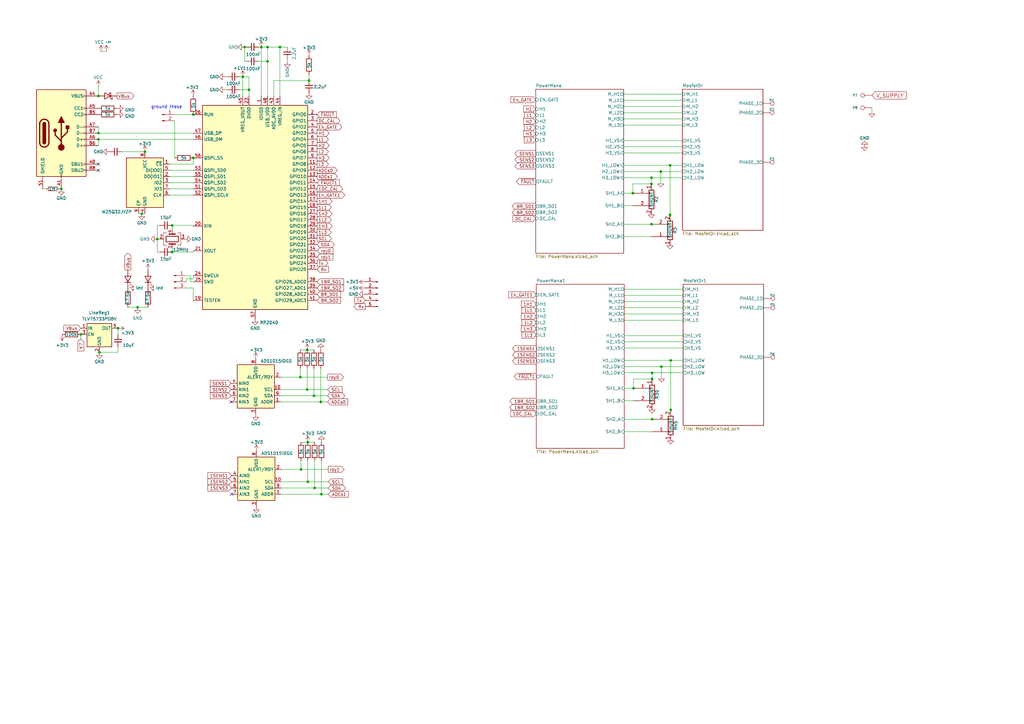
<source format=kicad_sch>
(kicad_sch (version 20230121) (generator eeschema)
  (paper "A3")
  (junction (at 99.568 31.496))
  (junction (at 123.19 154.686))
  (junction (at 100.33 19.304))
  (junction (at 25.146 77.47))
  (junction (at 114.808 19.304))
  (junction (at 274.828 67.818))
  (junction (at 128.778 162.306))
  (junction (at 275.082 168.148))
  (junction (at 131.826 202.692))
  (junction (at 271.272 150.368))
  (junction (at 58.166 87.63))
  (junction (at 126.746 33.02))
  (junction (at 79.248 64.77))
  (junction (at 126.238 197.612))
  (junction (at 64.516 98.044))
  (junction (at 271.018 70.358))
  (junction (at 33.147 137.16))
  (junction (at 267.462 152.908))
  (junction (at 79.248 46.99))
  (junction (at 267.208 75.438))
  (junction (at 109.728 25.146))
  (junction (at 40.386 57.15))
  (junction (at 125.984 143.51))
  (junction (at 274.828 88.138))
  (junction (at 267.462 171.958))
  (junction (at 56.4197 126.0116))
  (junction (at 70.612 103.378))
  (junction (at 107.188 19.304))
  (junction (at 70.612 92.456))
  (junction (at 267.208 91.948))
  (junction (at 275.082 147.828))
  (junction (at 59.436 62.23))
  (junction (at 123.444 192.532))
  (junction (at 126.238 181.356))
  (junction (at 109.728 19.304))
  (junction (at 40.386 39.37))
  (junction (at 48.387 134.62))
  (junction (at 102.108 36.83))
  (junction (at 259.842 159.258))
  (junction (at 259.588 79.248))
  (junction (at 125.984 159.766))
  (junction (at 40.386 54.61))
  (junction (at 129.032 200.152))
  (junction (at 267.462 155.448))
  (junction (at 40.767 144.526))
  (junction (at 267.208 72.898))
  (junction (at 131.572 164.846))
  (no_connect (at 94.742 164.846))
  (no_connect (at 94.996 202.692))
  (no_connect (at 40.386 67.31))
  (no_connect (at 40.386 69.85))
  (wire (pts (xy 259.842 155.448) (xy 259.842 159.258)))
  (wire (pts (xy 79.248 64.77) (xy 79.248 67.31)))
  (wire (pts (xy 117.856 25.146) (xy 117.856 24.384)))
  (wire (pts (xy 115.316 200.152) (xy 129.032 200.152)))
  (wire (pts (xy 256.032 118.618) (xy 280.162 118.618)))
  (wire (pts (xy 69.596 74.93) (xy 79.248 74.93)))
  (wire (pts (xy 52.451 126.0116) (xy 52.451 125.984)))
  (wire (pts (xy 24.13 77.47) (xy 25.146 77.47)))
  (wire (pts (xy 255.778 43.688) (xy 279.908 43.688)))
  (wire (pts (xy 126.238 188.976) (xy 126.238 197.612)))
  (wire (pts (xy 50.038 62.23) (xy 59.436 62.23)))
  (wire (pts (xy 40.767 144.526) (xy 40.767 144.78)))
  (wire (pts (xy 115.062 154.686) (xy 123.19 154.686)))
  (wire (pts (xy 279.908 51.308) (xy 255.778 51.308)))
  (wire (pts (xy 69.596 67.31) (xy 79.248 67.31)))
  (wire (pts (xy 267.462 171.958) (xy 275.082 171.958)))
  (wire (pts (xy 259.588 84.328) (xy 255.778 84.328)))
  (wire (pts (xy 275.082 147.828) (xy 280.162 147.828)))
  (wire (pts (xy 107.188 19.304) (xy 107.188 39.37)))
  (wire (pts (xy 40.386 52.07) (xy 40.386 54.61)))
  (wire (pts (xy 48.387 134.62) (xy 48.387 137.16)))
  (wire (pts (xy 48.387 144.526) (xy 40.767 144.526)))
  (wire (pts (xy 40.386 54.61) (xy 79.248 54.61)))
  (wire (pts (xy 129.032 200.152) (xy 134.62 200.152)))
  (wire (pts (xy 99.568 31.496) (xy 102.108 31.496)))
  (wire (pts (xy 69.596 77.47) (xy 79.248 77.47)))
  (wire (pts (xy 56.4197 126.0116) (xy 52.451 126.0116)))
  (wire (pts (xy 100.33 19.304) (xy 101.092 19.304)))
  (wire (pts (xy 115.316 192.532) (xy 123.444 192.532)))
  (wire (pts (xy 65.532 98.044) (xy 64.516 98.044)))
  (wire (pts (xy 99.568 31.496) (xy 99.568 39.37)))
  (wire (pts (xy 115.062 164.846) (xy 131.572 164.846)))
  (wire (pts (xy 40.386 57.15) (xy 79.248 57.15)))
  (wire (pts (xy 126.746 33.02) (xy 112.268 33.02)))
  (wire (pts (xy 256.032 123.698) (xy 280.162 123.698)))
  (wire (pts (xy 255.778 70.358) (xy 271.018 70.358)))
  (wire (pts (xy 280.162 131.318) (xy 256.032 131.318)))
  (wire (pts (xy 267.462 152.908) (xy 280.162 152.908)))
  (wire (pts (xy 17.526 77.47) (xy 19.05 77.47)))
  (wire (pts (xy 128.778 162.306) (xy 134.366 162.306)))
  (wire (pts (xy 271.272 150.368) (xy 280.162 150.368)))
  (wire (pts (xy 40.386 35.56) (xy 40.386 39.37)))
  (wire (pts (xy 92.456 31.496) (xy 93.218 31.496)))
  (wire (pts (xy 92.456 36.83) (xy 93.218 36.83)))
  (wire (pts (xy 123.19 151.13) (xy 123.19 154.686)))
  (wire (pts (xy 271.272 150.368) (xy 271.272 155.448)))
  (wire (pts (xy 79.248 92.456) (xy 79.248 92.71)))
  (wire (pts (xy 102.108 36.83) (xy 102.108 31.496)))
  (wire (pts (xy 98.298 31.496) (xy 99.568 31.496)))
  (wire (pts (xy 69.596 72.39) (xy 79.248 72.39)))
  (wire (pts (xy 255.778 48.768) (xy 279.908 48.768)))
  (wire (pts (xy 48.387 142.24) (xy 48.387 144.526)))
  (wire (pts (xy 275.082 168.148) (xy 275.082 171.958)))
  (wire (pts (xy 280.162 126.238) (xy 256.032 126.238)))
  (wire (pts (xy 56.4197 126.0116) (xy 60.706 126.0116)))
  (wire (pts (xy 76.454 118.11) (xy 79.248 118.11)))
  (wire (pts (xy 106.172 19.304) (xy 107.188 19.304)))
  (wire (pts (xy 255.778 41.148) (xy 279.908 41.148)))
  (wire (pts (xy 126.746 30.48) (xy 126.746 33.02)))
  (wire (pts (xy 259.588 79.248) (xy 255.778 79.248)))
  (wire (pts (xy 115.316 197.612) (xy 126.238 197.612)))
  (wire (pts (xy 43.688 21.082) (xy 41.402 21.082)))
  (wire (pts (xy 64.516 92.456) (xy 65.532 92.456)))
  (wire (pts (xy 275.082 168.148) (xy 275.082 147.828)))
  (wire (pts (xy 271.018 70.358) (xy 271.018 75.438)))
  (wire (pts (xy 71.628 49.53) (xy 71.628 64.77)))
  (wire (pts (xy 56.896 87.63) (xy 58.166 87.63)))
  (wire (pts (xy 256.032 137.668) (xy 280.162 137.668)))
  (wire (pts (xy 267.462 177.038) (xy 256.032 177.038)))
  (wire (pts (xy 267.208 91.948) (xy 274.828 91.948)))
  (wire (pts (xy 106.172 25.146) (xy 109.728 25.146)))
  (wire (pts (xy 115.316 202.692) (xy 131.826 202.692)))
  (wire (pts (xy 76.454 114.3) (xy 76.454 115.57)))
  (wire (pts (xy 255.778 62.738) (xy 279.908 62.738)))
  (wire (pts (xy 69.596 69.85) (xy 79.248 69.85)))
  (wire (pts (xy 98.298 36.83) (xy 102.108 36.83)))
  (wire (pts (xy 123.19 143.51) (xy 125.984 143.51)))
  (wire (pts (xy 60.706 126.0116) (xy 60.706 125.984)))
  (wire (pts (xy 267.208 72.898) (xy 279.908 72.898)))
  (wire (pts (xy 129.032 188.976) (xy 129.032 200.152)))
  (wire (pts (xy 255.778 91.948) (xy 267.208 91.948)))
  (wire (pts (xy 279.908 46.228) (xy 255.778 46.228)))
  (wire (pts (xy 256.032 128.778) (xy 280.162 128.778)))
  (wire (pts (xy 40.386 57.15) (xy 40.386 59.69)))
  (wire (pts (xy 271.018 70.358) (xy 279.908 70.358)))
  (wire (pts (xy 109.728 25.146) (xy 109.728 19.304)))
  (wire (pts (xy 259.588 75.438) (xy 267.208 75.438)))
  (wire (pts (xy 33.147 139.065) (xy 33.147 137.16)))
  (wire (pts (xy 255.778 67.818) (xy 274.828 67.818)))
  (wire (pts (xy 267.462 155.448) (xy 267.462 152.908)))
  (wire (pts (xy 255.778 38.608) (xy 279.908 38.608)))
  (wire (pts (xy 256.032 142.748) (xy 280.162 142.748)))
  (wire (pts (xy 79.248 80.01) (xy 69.596 80.01)))
  (wire (pts (xy 131.826 188.976) (xy 131.826 202.692)))
  (wire (pts (xy 70.612 92.456) (xy 79.248 92.456)))
  (wire (pts (xy 78.232 115.57) (xy 79.248 115.57)))
  (wire (pts (xy 79.248 113.03) (xy 79.248 114.3)))
  (wire (pts (xy 134.366 164.846) (xy 131.572 164.846)))
  (wire (pts (xy 259.842 164.338) (xy 256.032 164.338)))
  (wire (pts (xy 256.032 150.368) (xy 271.272 150.368)))
  (wire (pts (xy 256.032 171.958) (xy 267.462 171.958)))
  (wire (pts (xy 65.532 103.378) (xy 64.516 103.378)))
  (wire (pts (xy 256.032 147.828) (xy 275.082 147.828)))
  (wire (pts (xy 71.628 46.99) (xy 79.248 46.99)))
  (wire (pts (xy 126.238 197.612) (xy 134.62 197.612)))
  (wire (pts (xy 78.232 113.03) (xy 78.232 115.57)))
  (wire (pts (xy 357.632 46.736) (xy 357.632 44.196)))
  (wire (pts (xy 115.062 162.306) (xy 128.778 162.306)))
  (wire (pts (xy 279.908 60.198) (xy 255.778 60.198)))
  (wire (pts (xy 115.062 159.766) (xy 125.984 159.766)))
  (wire (pts (xy 109.728 19.304) (xy 107.188 19.304)))
  (wire (pts (xy 128.778 151.13) (xy 128.778 162.306)))
  (wire (pts (xy 114.808 39.37) (xy 114.808 19.304)))
  (wire (pts (xy 267.208 75.438) (xy 267.208 72.898)))
  (wire (pts (xy 100.33 19.304) (xy 100.33 25.146)))
  (wire (pts (xy 255.778 57.658) (xy 279.908 57.658)))
  (wire (pts (xy 123.444 181.356) (xy 126.238 181.356)))
  (wire (pts (xy 274.828 67.818) (xy 279.908 67.818)))
  (wire (pts (xy 114.808 19.304) (xy 117.856 19.304)))
  (wire (pts (xy 79.248 114.3) (xy 76.454 114.3)))
  (wire (pts (xy 100.33 25.146) (xy 101.092 25.146)))
  (wire (pts (xy 70.612 101.854) (xy 70.612 103.378)))
  (wire (pts (xy 267.462 155.448) (xy 259.842 155.448)))
  (wire (pts (xy 109.728 39.37) (xy 109.728 25.146)))
  (wire (pts (xy 123.444 192.532) (xy 134.62 192.532)))
  (wire (pts (xy 102.108 39.37) (xy 102.108 36.83)))
  (wire (pts (xy 267.208 97.028) (xy 255.778 97.028)))
  (wire (pts (xy 259.842 159.258) (xy 256.032 159.258)))
  (wire (pts (xy 76.454 113.03) (xy 78.232 113.03)))
  (wire (pts (xy 123.19 154.686) (xy 134.366 154.686)))
  (wire (pts (xy 70.612 92.456) (xy 70.612 94.234)))
  (wire (pts (xy 256.032 121.158) (xy 280.162 121.158)))
  (wire (pts (xy 126.238 181.356) (xy 129.032 181.356)))
  (wire (pts (xy 125.984 151.13) (xy 125.984 159.766)))
  (wire (pts (xy 125.984 159.766) (xy 134.366 159.766)))
  (wire (pts (xy 259.588 79.248) (xy 259.588 75.438)))
  (wire (pts (xy 123.444 188.976) (xy 123.444 192.532)))
  (wire (pts (xy 64.516 98.044) (xy 64.516 92.456)))
  (wire (pts (xy 125.984 143.51) (xy 128.778 143.51)))
  (wire (pts (xy 280.162 140.208) (xy 256.032 140.208)))
  (wire (pts (xy 255.778 72.898) (xy 267.208 72.898)))
  (wire (pts (xy 79.248 118.11) (xy 79.248 123.19)))
  (wire (pts (xy 79.248 103.378) (xy 79.248 102.87)))
  (wire (pts (xy 274.828 88.138) (xy 274.828 67.818)))
  (wire (pts (xy 256.032 152.908) (xy 267.462 152.908)))
  (wire (pts (xy 274.828 88.138) (xy 274.828 91.948)))
  (wire (pts (xy 64.516 98.044) (xy 64.516 103.378)))
  (wire (pts (xy 58.166 87.63) (xy 59.436 87.63)))
  (wire (pts (xy 112.268 33.02) (xy 112.268 39.37)))
  (wire (pts (xy 134.62 202.692) (xy 131.826 202.692)))
  (wire (pts (xy 79.248 103.378) (xy 70.612 103.378)))
  (wire (pts (xy 131.572 151.13) (xy 131.572 164.846)))
  (wire (pts (xy 114.808 19.304) (xy 109.728 19.304)))
  (text "ground these\n" (at 61.976 44.704 0) (effects (font (size 1.27 1.27)) (justify left bottom)))
  (global_label "rdy1" (shape output) (at 134.62 192.532 0) (property "Intersheetrefs" "${INTERSHEET_REFS}" (effects hide)))
  (global_label "En_GATE1" (shape input) (at 219.964 120.904 180) (property "Intersheetrefs" "${INTERSHEET_REFS}" (effects hide)))
  (global_label "1SENS3" (shape output) (at 219.964 148.082 180) (property "Intersheetrefs" "${INTERSHEET_REFS}" (effects hide)))
  (global_label "1SENS2" (shape input) (at 94.996 197.612 180) (property "Intersheetrefs" "${INTERSHEET_REFS}" (effects hide)))
  (global_label "SENS2" (shape output) (at 219.71 65.532 180) (property "Intersheetrefs" "${INTERSHEET_REFS}" (effects hide)))
  (global_label "L2" (shape output) (at 130.048 62.23 0) (property "Intersheetrefs" "${INTERSHEET_REFS}" (effects hide)))
  (global_label "SENS1" (shape input) (at 94.742 157.226 180) (property "Intersheetrefs" "${INTERSHEET_REFS}" (effects hide)))
  (global_label "1L2" (shape input) (at 219.964 132.334 180) (property "Intersheetrefs" "${INTERSHEET_REFS}" (effects hide)))
  (global_label "ADCs1" (shape input) (at 134.62 202.692 0) (property "Intersheetrefs" "${INTERSHEET_REFS}" (effects hide)))
  (global_label "~{FAULT}" (shape output) (at 219.71 74.422 180) (property "Intersheetrefs" "${INTERSHEET_REFS}" (effects hide)))
  (global_label "1H1" (shape output) (at 130.048 82.55 0) (property "Intersheetrefs" "${INTERSHEET_REFS}" (effects hide)))
  (global_label "rdy0" (shape output) (at 134.366 154.686 0) (property "Intersheetrefs" "${INTERSHEET_REFS}" (effects hide)))
  (global_label "~{FAULT}1" (shape output) (at 219.964 154.432 180) (property "Intersheetrefs" "${INTERSHEET_REFS}" (effects hide)))
  (global_label "1DC_CAL" (shape output) (at 130.048 77.47 0) (property "Intersheetrefs" "${INTERSHEET_REFS}" (effects hide)))
  (global_label "SDA" (shape bidirectional) (at 134.62 200.152 0) (property "Intersheetrefs" "${INTERSHEET_REFS}" (effects hide)))
  (global_label "1DC_CAL" (shape input) (at 219.964 169.672 180) (property "Intersheetrefs" "${INTERSHEET_REFS}" (effects hide)))
  (global_label "1SENS1" (shape input) (at 94.996 195.072 180) (property "Intersheetrefs" "${INTERSHEET_REFS}" (effects hide)))
  (global_label "SDA" (shape bidirectional) (at 134.366 162.306 0) (property "Intersheetrefs" "${INTERSHEET_REFS}" (effects hide)))
  (global_label "En_GATE1" (shape output) (at 130.048 80.01 0) (property "Intersheetrefs" "${INTERSHEET_REFS}" (effects hide)))
  (global_label "Tx" (shape output) (at 130.048 107.95 0) (property "Intersheetrefs" "${INTERSHEET_REFS}" (effects hide)))
  (global_label "H1" (shape input) (at 219.71 44.704 180) (property "Intersheetrefs" "${INTERSHEET_REFS}" (effects hide)))
  (global_label "1BR_SO2" (shape output) (at 219.964 167.132 180) (property "Intersheetrefs" "${INTERSHEET_REFS}" (effects hide)))
  (global_label "1L3" (shape input) (at 219.964 137.414 180) (property "Intersheetrefs" "${INTERSHEET_REFS}" (effects hide)))
  (global_label "1H3" (shape output) (at 130.048 92.71 0) (property "Intersheetrefs" "${INTERSHEET_REFS}" (effects hide)))
  (global_label "L2" (shape input) (at 219.71 52.324 180) (property "Intersheetrefs" "${INTERSHEET_REFS}" (effects hide)))
  (global_label "H1" (shape output) (at 130.048 54.61 0) (property "Intersheetrefs" "${INTERSHEET_REFS}" (effects hide)))
  (global_label "1BR_SO2" (shape input) (at 130.048 118.11 0) (property "Intersheetrefs" "${INTERSHEET_REFS}" (effects hide)))
  (global_label "L3" (shape input) (at 219.71 57.404 180) (property "Intersheetrefs" "${INTERSHEET_REFS}" (effects hide)))
  (global_label "SENS3" (shape output) (at 219.71 68.072 180) (property "Intersheetrefs" "${INTERSHEET_REFS}" (effects hide)))
  (global_label "BR_SO1" (shape output) (at 219.71 84.582 180) (property "Intersheetrefs" "${INTERSHEET_REFS}" (effects hide)))
  (global_label "DC_CAL" (shape input) (at 219.71 89.662 180) (property "Intersheetrefs" "${INTERSHEET_REFS}" (effects hide)))
  (global_label "1H2" (shape input) (at 219.964 129.794 180) (property "Intersheetrefs" "${INTERSHEET_REFS}" (effects hide)))
  (global_label "rdy1" (shape input) (at 130.048 105.41 0) (property "Intersheetrefs" "${INTERSHEET_REFS}" (effects hide)))
  (global_label "L1" (shape output) (at 130.048 57.15 0) (property "Intersheetrefs" "${INTERSHEET_REFS}" (effects hide)))
  (global_label "ADCs0" (shape output) (at 130.048 69.85 0) (property "Intersheetrefs" "${INTERSHEET_REFS}" (effects hide)))
  (global_label "BR_SO2" (shape output) (at 219.71 87.122 180) (property "Intersheetrefs" "${INTERSHEET_REFS}" (effects hide)))
  (global_label "1L3" (shape output) (at 130.048 95.25 0) (property "Intersheetrefs" "${INTERSHEET_REFS}" (effects hide)))
  (global_label "L1" (shape input) (at 219.71 47.244 180) (property "Intersheetrefs" "${INTERSHEET_REFS}" (effects hide)))
  (global_label "1SENS2" (shape output) (at 219.964 145.542 180) (property "Intersheetrefs" "${INTERSHEET_REFS}" (effects hide)))
  (global_label "H2" (shape input) (at 219.71 49.784 180) (property "Intersheetrefs" "${INTERSHEET_REFS}" (effects hide)))
  (global_label "SCL" (shape output) (at 130.048 97.79 0) (property "Intersheetrefs" "${INTERSHEET_REFS}" (effects hide)))
  (global_label "1SENS3" (shape input) (at 94.996 200.152 180) (property "Intersheetrefs" "${INTERSHEET_REFS}" (effects hide)))
  (global_label "~{FAULT}" (shape input) (at 130.048 46.99 0) (property "Intersheetrefs" "${INTERSHEET_REFS}" (effects hide)))
  (global_label "VBus" (shape input) (at 33.147 134.62 180) (property "Intersheetrefs" "${INTERSHEET_REFS}" (effects hide)))
  (global_label "SENS2" (shape input) (at 94.742 159.766 180) (property "Intersheetrefs" "${INTERSHEET_REFS}" (effects hide)))
  (global_label "1L1" (shape input) (at 219.964 127.254 180) (property "Intersheetrefs" "${INTERSHEET_REFS}" (effects hide)))
  (global_label "1BR_SO1" (shape input) (at 130.048 115.57 0) (property "Intersheetrefs" "${INTERSHEET_REFS}" (effects hide)))
  (global_label "VBus" (shape output) (at 52.451 110.744 90) (property "Intersheetrefs" "${INTERSHEET_REFS}" (effects hide)))
  (global_label "Rx" (shape output) (at 149.86 125.73 180) (property "Intersheetrefs" "${INTERSHEET_REFS}" (effects hide)))
  (global_label "1BR_SO1" (shape output) (at 219.964 164.592 180) (property "Intersheetrefs" "${INTERSHEET_REFS}" (effects hide)))
  (global_label "1H2" (shape output) (at 130.048 87.63 0) (property "Intersheetrefs" "${INTERSHEET_REFS}" (effects hide)))
  (global_label "SCL" (shape input) (at 134.62 197.612 0) (property "Intersheetrefs" "${INTERSHEET_REFS}" (effects hide)))
  (global_label "1L1" (shape output) (at 130.048 85.09 0) (property "Intersheetrefs" "${INTERSHEET_REFS}" (effects hide)))
  (global_label "1H1" (shape input) (at 219.964 124.714 180) (property "Intersheetrefs" "${INTERSHEET_REFS}" (effects hide)))
  (global_label "~{FAULT}1" (shape input) (at 130.048 74.93 0) (property "Intersheetrefs" "${INTERSHEET_REFS}" (effects hide)))
  (global_label "rdy0" (shape input) (at 130.048 102.87 0) (property "Intersheetrefs" "${INTERSHEET_REFS}" (effects hide)))
  (global_label "H3" (shape output) (at 130.048 64.77 0) (property "Intersheetrefs" "${INTERSHEET_REFS}" (effects hide)))
  (global_label "1L2" (shape output) (at 130.048 90.17 0) (property "Intersheetrefs" "${INTERSHEET_REFS}" (effects hide)))
  (global_label "ADCs0" (shape input) (at 134.366 164.846 0) (property "Intersheetrefs" "${INTERSHEET_REFS}" (effects hide)))
  (global_label "H2" (shape output) (at 130.048 59.69 0) (property "Intersheetrefs" "${INTERSHEET_REFS}" (effects hide)))
  (global_label "1SENS1" (shape output) (at 219.964 143.002 180) (property "Intersheetrefs" "${INTERSHEET_REFS}" (effects hide)))
  (global_label "En_GATE" (shape input) (at 219.71 40.894 180) (property "Intersheetrefs" "${INTERSHEET_REFS}" (effects hide)))
  (global_label "DC_CAL" (shape output) (at 130.048 49.53 0) (property "Intersheetrefs" "${INTERSHEET_REFS}" (effects hide)))
  (global_label "BR_SO1" (shape input) (at 130.048 120.65 0) (property "Intersheetrefs" "${INTERSHEET_REFS}" (effects hide)))
  (global_label "ADCs1" (shape output) (at 130.048 72.39 0) (property "Intersheetrefs" "${INTERSHEET_REFS}" (effects hide)))
  (global_label "SENS1" (shape output) (at 219.71 62.992 180) (property "Intersheetrefs" "${INTERSHEET_REFS}" (effects hide)))
  (global_label "Rx" (shape input) (at 130.048 110.49 0) (property "Intersheetrefs" "${INTERSHEET_REFS}" (effects hide)))
  (global_label "L3" (shape output) (at 130.048 67.31 0) (property "Intersheetrefs" "${INTERSHEET_REFS}" (effects hide)))
  (global_label "BR_SO2" (shape input) (at 130.048 123.19 0) (property "Intersheetrefs" "${INTERSHEET_REFS}" (effects hide)))
  (global_label "H3" (shape input) (at 219.71 54.864 180) (property "Intersheetrefs" "${INTERSHEET_REFS}" (effects hide)))
  (global_label "Tx" (shape input) (at 149.86 123.19 180) (property "Intersheetrefs" "${INTERSHEET_REFS}" (effects hide)))
  (global_label "VBus" (shape output) (at 48.006 39.37 0) (property "Intersheetrefs" "${INTERSHEET_REFS}" (effects hide)))
  (global_label "SDA" (shape bidirectional) (at 130.048 100.33 0) (property "Intersheetrefs" "${INTERSHEET_REFS}" (effects hide)))
  (global_label "En_GATE" (shape output) (at 130.048 52.07 0) (property "Intersheetrefs" "${INTERSHEET_REFS}" (effects hide)))
  (global_label "V_SUPPLY" (shape input) (at 357.632 39.116 0) (effects (font (size 1.524 1.524))) (property "Intersheetrefs" "${INTERSHEET_REFS}" (effects hide)))
  (global_label "SCL" (shape input) (at 134.366 159.766 0) (property "Intersheetrefs" "${INTERSHEET_REFS}" (effects hide)))
  (global_label "K7" (shape input) (at 33.147 139.065 270) (property "Intersheetrefs" "${INTERSHEET_REFS}" (effects hide)))
  (global_label "SENS3" (shape input) (at 94.742 162.306 180) (property "Intersheetrefs" "${INTERSHEET_REFS}" (effects hide)))
  (global_label "1H3" (shape input) (at 219.964 134.874 180) (property "Intersheetrefs" "${INTERSHEET_REFS}" (effects hide)))
  (symbol (lib_id "Memory_Flash:W25Q32JVZP") (at 59.436 74.93 0) (mirror y) (unit 1)
    (property "Reference" "U2" (effects hide))
    (property "Value" "W25Q32JVZP" (at 54.102 86.868 0) (effects (justify left)))
    (property "Footprint" "Package_SON:WSON-8-1EP_6x5mm_P1.27mm_EP3.4x4.3mm" (effects hide))
    (property "Datasheet" "http://www.winbond.com/resource-files/w25q32jv%20revg%2003272018%20plus.pdf" (effects hide))
    (property "Mouser Link" "https://www.mouser.com/ProductDetail/Winbond/W25Q32JVZPIQ?qs=qSfuJ%252Bfl%2Fd5Ca0jgzBVqQA%3D%3D" (effects hide))
  )
  (symbol (lib_id "Device:R") (at 44.196 46.99 90) (unit 1)
    (property "Reference" "R22" (effects hide))
    (property "Value" "5k" (at 44.196 46.99 90))
    (property "Footprint" "Resistor_SMD:R_0402_1005Metric" (effects hide))
    (property "Mouser Link" "https://www.mouser.com/ProductDetail/YAGEO/RC0402FR-075KL?qs=9h0bZHM%2F3zL5adZvfm%252BR4Q%3D%3D" (effects hide))
  )
  (symbol (lib_id "Device:C_Small") (at 103.632 25.146 90) (unit 1)
    (property "Reference" "C2" (effects hide))
    (property "Value" "100nF" (at 103.886 28.194 90))
    (property "Footprint" "Capacitor_SMD:C_0201_0603Metric_Pad0.64x0.40mm_HandSolder" (effects hide))
    (property "Mouser Link" "https://www.mouser.com/ProductDetail/KEMET/C0603C104K1RACAUTO?qs=3Rah4i%252BhyCGTQ5uPNXtfZA%3D%3D" (effects hide))
  )
  (symbol (lib_id "power:+3V3") (at 126.238 181.356 0) (unit 1)
    (property "Reference" "#PWR048" (effects hide))
    (property "Value" "+3V3" (at 123.698 177.8 0) (effects (justify left)))
  )
  (symbol (lib_id "power:GND") (at 44.958 62.23 270) (unit 1)
    (property "Reference" "#PWR018" (effects hide))
    (property "Value" "GND" (at 40.386 62.23 90))
  )
  (symbol (lib_id "BLDC_4-rescue:GND-RESCUE-BLDC_4") (at 274.828 100.838 0) (unit 1)
    (property "Reference" "#PWR029" (effects hide))
    (property "Value" "GND" (effects hide))
  )
  (symbol (lib_id "Connector:Conn_01x03_Pin") (at 71.374 115.57 0) (unit 1)
    (property "Reference" "J2" (effects hide))
    (property "Value" "Conn_01x03_Pin" (effects hide))
    (property "Footprint" "Connector_PinHeader_2.54mm:PinHeader_1x03_P2.54mm_Vertical" (effects hide))
  )
  (symbol (lib_id "BLDC_4-rescue:CONN_1") (at 316.738 46.228 0) (unit 1)
    (property "Reference" "P2" (at 315.468 44.958 0) (effects (font (size 1.016 1.016)) (justify left)))
    (property "Value" "MOTOR2" (effects hide))
    (property "Footprint" "Y!:1PAD_4x5mm" (effects hide))
  )
  (symbol (lib_id "Device:D_Schottky") (at 44.196 39.37 180) (unit 1)
    (property "Reference" "D3" (effects hide))
    (property "Value" "MBR120VLSFT1G" (effects hide))
    (property "Footprint" "Diode_SMD:Nexperia_CFP3_SOD-123W" (effects hide))
    (property "Mouser Link" "https://www.mouser.com/ProductDetail/onsemi/NRVB120VLSFT1G?qs=tCMd4XlZ%2FiDc2vkUzw3hig%3D%3D" (effects hide))
  )
  (symbol (lib_name "SHUNT_3") (lib_id "crf_1:SHUNT") (at 275.082 174.498 0) (mirror x) (unit 1)
    (property "Reference" "R45" (at 277.114 174.498 90))
    (property "Value" "SHUNT" (at 275.082 174.498 90))
    (property "Footprint" "Resistor_SMD:R_0603_1608Metric_Pad0.98x0.95mm_HandSolder" (effects hide))
  )
  (symbol (lib_id "LED:IR26-21C_L110_TR8") (at 52.451 114.554 90) (unit 1)
    (property "Reference" "D1" (effects hide))
    (property "Value" "led" (at 55.626 118.0465 90) (effects (justify right)))
    (property "Datasheet" "http://www.everlight.com/file/ProductFile/IR26-21C-L110-TR8.pdf" (effects hide))
  )
  (symbol (lib_id "Device:C_Small") (at 95.758 31.496 90) (unit 1)
    (property "Reference" "C4" (effects hide))
    (property "Value" "100nF" (at 95.758 34.29 90))
    (property "Footprint" "Capacitor_SMD:C_0201_0603Metric_Pad0.64x0.40mm_HandSolder" (effects hide))
    (property "Mouser Link" "https://www.mouser.com/ProductDetail/KEMET/C0603C104K1RACAUTO?qs=3Rah4i%252BhyCGTQ5uPNXtfZA%3D%3D" (effects hide))
  )
  (symbol (lib_id "power:GND") (at 131.572 143.51 180) (unit 1)
    (property "Reference" "#PWR020" (effects hide))
    (property "Value" "GND" (at 131.572 139.7 0))
  )
  (symbol (lib_id "Device:R") (at 29.337 137.16 270) (unit 1)
    (property "Reference" "R21" (effects hide))
    (property "Value" "100k" (at 29.337 137.16 90))
    (property "Footprint" "Resistor_SMD:R_1206_3216Metric_Pad1.30x1.75mm_HandSolder" (effects hide))
    (property "Mouser Link" "https://www.mouser.com/ProductDetail/Panasonic/ERJ-8GEYJ104V?qs=1VWA5LkbEaq%252BpFGvVNqM0w%3D%3D" (effects hide))
  )
  (symbol (lib_id "power:GND") (at 75.692 98.044 90) (unit 1)
    (property "Reference" "#PWR013" (effects hide))
    (property "Value" "GND" (at 80.518 98.044 90))
  )
  (symbol (lib_id "BLDC_4-rescue:GND-RESCUE-BLDC_4") (at 267.462 168.148 0) (unit 1)
    (property "Reference" "#PWR051" (effects hide))
    (property "Value" "GND" (effects hide))
  )
  (symbol (lib_id "Regulator_Linear:TLV75733PDBV") (at 40.767 137.16 0) (unit 1)
    (property "Reference" "LineReg1" (at 40.767 128.27 0))
    (property "Value" "TLV75733PDBV" (at 40.767 130.81 0))
    (property "Footprint" "Package_TO_SOT_SMD:SOT-23-5" (effects hide))
    (property "Datasheet" "https://www.ti.com/lit/ds/symlink/tlv757p.pdf" (effects hide))
    (property "Mouser Link" "https://www.mouser.com/ProductDetail/Texas-Instruments/TLV75733PDBVR?qs=y6ZabgHbY%252BwAAzSntTW34w%3D%3D" (effects hide))
  )
  (symbol (lib_id "power:+3V3") (at 48.387 134.62 270) (unit 1)
    (property "Reference" "#PWR025" (effects hide))
    (property "Value" "+3V3" (at 49.657 136.525 90) (effects (justify left)))
  )
  (symbol (lib_id "power:GND") (at 126.746 38.1 0) (mirror y) (unit 1)
    (property "Reference" "#PWR011" (effects hide))
    (property "Value" "GND" (at 126.746 41.91 0))
  )
  (symbol (lib_id "BLDC_4-rescue:CONN_1") (at 316.738 66.548 0) (unit 1)
    (property "Reference" "P3" (at 315.468 65.278 0) (effects (font (size 1.016 1.016)) (justify left)))
    (property "Value" "MOTOR1" (effects hide))
    (property "Footprint" "Y!:1PAD_4x5mm" (effects hide))
  )
  (symbol (lib_id "Device:C_Small") (at 117.856 21.844 0) (mirror x) (unit 1)
    (property "Reference" "C3" (effects hide))
    (property "Value" "2.2uF" (at 120.65 21.844 90))
    (property "Footprint" "Capacitor_SMD:C_0402_1005Metric_Pad0.74x0.62mm_HandSolder" (effects hide))
    (property "Mouser Link" "https://www.mouser.com/ProductDetail/963-MSAST105CB5225MF" (effects hide))
  )
  (symbol (lib_id "power:GND") (at 64.516 98.044 270) (unit 1)
    (property "Reference" "#PWR012" (effects hide))
    (property "Value" "GND" (at 59.436 98.044 90))
  )
  (symbol (lib_id "power:+5V") (at 149.86 118.11 90) (unit 1)
    (property "Reference" "#PWR046" (effects hide))
    (property "Value" "+5V" (at 147.066 118.11 90) (effects (justify left)))
  )
  (symbol (lib_id "power:+1V1") (at 99.568 31.496 0) (unit 1)
    (property "Reference" "#PWR07" (effects hide))
    (property "Value" "+1V1" (at 98.298 27.94 0))
  )
  (symbol (lib_id "Analog_ADC:ADS1015IDGS") (at 105.156 197.612 0) (unit 1)
    (property "Reference" "ADC1" (effects hide))
    (property "Value" "ADS1015IDGS" (at 107.1119 185.928 0) (effects (justify left)))
    (property "Footprint" "Package_SO:TSSOP-10_3x3mm_P0.5mm" (effects hide))
    (property "Datasheet" "http://www.ti.com/lit/ds/symlink/ads1015.pdf" (effects hide))
    (property "Mouser Link" "https://www.mouser.com/ProductDetail/Texas-Instruments/ADS1015IDGSR?qs=IK5e5L0zOXhCrFZ0pftZqw%3D%3D" (effects hide))
  )
  (symbol (lib_id "power:VCC") (at 41.402 21.082 0) (mirror y) (unit 1)
    (property "Reference" "#PWR014" (effects hide))
    (property "Value" "VCC" (at 42.672 17.272 0) (effects (justify left)))
  )
  (symbol (lib_id "Device:C_Small") (at 68.072 92.456 90) (unit 1)
    (property "Reference" "C8" (effects hide))
    (property "Value" "15pF" (at 68.072 89.154 90))
    (property "Footprint" "Capacitor_SMD:C_0402_1005Metric_Pad0.74x0.62mm_HandSolder" (effects hide))
    (property "Mouser Link" "https://www.mouser.com/ProductDetail/KYOCERA-AVX/04025A150JAT4A?qs=qlcwAv8LrLASJycr3LZIpw%3D%3D" (effects hide))
  )
  (symbol (lib_id "Device:R") (at 129.032 185.166 180) (unit 1)
    (property "Reference" "R43" (effects hide))
    (property "Value" "5k" (at 129.032 185.166 90))
    (property "Footprint" "Resistor_SMD:R_0402_1005Metric" (effects hide))
    (property "Mouser Link" "https://www.mouser.com/ProductDetail/YAGEO/RC0402FR-075KL?qs=9h0bZHM%2F3zL5adZvfm%252BR4Q%3D%3D" (effects hide))
  )
  (symbol (lib_id "Device:R") (at 126.746 26.67 180) (unit 1)
    (property "Reference" "R13" (effects hide))
    (property "Value" "5k" (at 126.746 26.67 90))
    (property "Footprint" "Resistor_SMD:R_0402_1005Metric" (effects hide))
    (property "Mouser Link" "https://www.mouser.com/ProductDetail/YAGEO/RC0402FR-075KL?qs=9h0bZHM%2F3zL5adZvfm%252BR4Q%3D%3D" (effects hide))
  )
  (symbol (lib_id "Connector:Conn_01x05_Pin") (at 154.94 120.65 0) (mirror y) (unit 1)
    (property "Reference" "Jr1" (effects hide))
    (property "Value" "Conn_01x05_Pin" (effects hide))
    (property "Footprint" "Connector_PinHeader_2.54mm:PinHeader_1x05_P2.54mm_Vertical" (effects hide))
  )
  (symbol (lib_id "BLDC_4-rescue:CONN_1") (at 316.992 122.428 0) (unit 1)
    (property "Reference" "P4" (at 315.722 121.158 0) (effects (font (size 1.016 1.016)) (justify left)))
    (property "Value" "MOTOR3" (effects hide))
    (property "Footprint" "Y!:1PAD_4x5mm" (effects hide))
  )
  (symbol (lib_id "power:GND") (at 92.456 36.83 270) (unit 1)
    (property "Reference" "#PWR09" (effects hide))
    (property "Value" "GND" (at 87.884 36.83 90))
  )
  (symbol (lib_id "power:GND") (at 117.856 25.146 0) (mirror y) (unit 1)
    (property "Reference" "#PWR06" (effects hide))
    (property "Value" "GND" (at 117.856 29.718 90))
  )
  (symbol (lib_id "Device:Crystal_GND23") (at 70.612 98.044 90) (unit 1)
    (property "Reference" "Y2" (effects hide))
    (property "Value" "12MHz" (at 74.168 102.362 90))
    (property "Footprint" "Crystal:Crystal_SMD_3225-4Pin_3.2x2.5mm_HandSoldering" (effects hide))
    (property "Mouser Link" "https://www.mouser.com/ProductDetail/Wurth-Elektronik/830105420809?qs=hd1VzrDQEGhFJmLFyoYByw%3D%3D" (effects hide))
  )
  (symbol (lib_id "BLDC_4-rescue:GND-RESCUE-BLDC_4") (at 267.208 88.138 0) (unit 1)
    (property "Reference" "#PWR01" (effects hide))
    (property "Value" "GND" (effects hide))
  )
  (symbol (lib_id "power:GND") (at 92.456 31.496 270) (unit 1)
    (property "Reference" "#PWR08" (effects hide))
    (property "Value" "GND" (at 87.884 31.496 90))
  )
  (symbol (lib_id "power:GND") (at 100.33 19.304 270) (unit 1)
    (property "Reference" "#PWR05" (effects hide))
    (property "Value" "GND" (at 95.758 19.304 90))
  )
  (symbol (lib_id "power:+3V3") (at 126.746 22.86 0) (unit 1)
    (property "Reference" "#PWR010" (effects hide))
    (property "Value" "+3V3" (at 126.746 19.558 0))
  )
  (symbol (lib_id "power:GND") (at 48.006 44.45 90) (unit 1)
    (property "Reference" "#PWR026" (effects hide))
    (property "Value" "GND" (at 51.181 45.085 90) (effects (justify right)))
  )
  (symbol (lib_id "BLDC_4-rescue:CONN_1") (at 353.822 39.116 180) (unit 1)
    (property "Reference" "P7" (at 351.79 39.116 0) (effects (font (size 1.016 1.016)) (justify left)))
    (property "Value" "IN+" (effects hide))
    (property "Footprint" "Y!:1PAD_4x5mm" (effects hide))
  )
  (symbol (lib_id "power:+3V3") (at 25.527 137.16 180) (unit 1)
    (property "Reference" "#PWR023" (effects hide))
    (property "Value" "+3V3" (at 25.527 141.605 0))
  )
  (symbol (lib_id "power:GND") (at 354.584 60.452 0) (mirror x) (unit 1)
    (property "Reference" "#PWR080" (effects hide))
    (property "Value" "GND" (at 354.584 56.642 0))
  )
  (symbol (lib_id "power:+3V3") (at 104.902 147.066 0) (unit 1)
    (property "Reference" "#PWR081" (effects hide))
    (property "Value" "+3V3" (at 102.362 143.51 0) (effects (justify left)))
  )
  (symbol (lib_id "Device:R") (at 123.19 147.32 180) (unit 1)
    (property "Reference" "R14" (effects hide))
    (property "Value" "5k" (at 123.19 147.32 90))
    (property "Footprint" "Resistor_SMD:R_0402_1005Metric" (effects hide))
    (property "Mouser Link" "https://www.mouser.com/ProductDetail/YAGEO/RC0402FR-075KL?qs=9h0bZHM%2F3zL5adZvfm%252BR4Q%3D%3D" (effects hide))
  )
  (symbol (lib_id "BLDC_4-rescue:GND-RESCUE-BLDC_4") (at 271.018 75.438 0) (unit 1)
    (property "Reference" "#PWR017" (effects hide))
    (property "Value" "GND" (effects hide))
  )
  (symbol (lib_id "power:GND") (at 104.902 169.926 0) (unit 1)
    (property "Reference" "#PWR038" (effects hide))
    (property "Value" "GND" (at 104.902 173.736 0))
  )
  (symbol (lib_id "power:GND") (at 40.767 144.526 0) (unit 1)
    (property "Reference" "#PWR024" (effects hide))
    (property "Value" "GND" (at 40.767 148.336 0))
  )
  (symbol (lib_id "power:+3V3") (at 59.436 62.23 0) (unit 1)
    (property "Reference" "#PWR015" (effects hide))
    (property "Value" "+3V3" (at 59.436 58.928 0))
  )
  (symbol (lib_id "Device:C_Small") (at 48.387 139.7 0) (unit 1)
    (property "Reference" "C12" (effects hide))
    (property "Value" "10uF" (at 50.292 141.605 0) (effects (justify left)))
    (property "Footprint" "Capacitor_SMD:C_0402_1005Metric_Pad0.74x0.62mm_HandSolder" (effects hide))
    (property "Mouser Link" "https://www.mouser.com/ProductDetail/KYOCERA-AVX/KAM05CT70G106KH?qs=amGC7iS6iy8PEODoxYJ39w%3D%3D" (effects hide))
  )
  (symbol (lib_id "Device:R") (at 44.196 44.45 90) (unit 1)
    (property "Reference" "R20" (effects hide))
    (property "Value" "5k" (at 44.196 44.45 90))
    (property "Footprint" "Resistor_SMD:R_0402_1005Metric" (effects hide))
    (property "Mouser Link" "https://www.mouser.com/ProductDetail/YAGEO/RC0402FR-075KL?qs=9h0bZHM%2F3zL5adZvfm%252BR4Q%3D%3D" (effects hide))
  )
  (symbol (lib_id "BLDC_4-rescue:+5V") (at 43.688 21.082 0) (unit 1)
    (property "Reference" "#PWR028" (effects hide))
    (property "Value" "+5V" (at 44.45 17.272 0) (effects (font (size 0.762 0.762))))
  )
  (symbol (lib_id "BLDC_4-rescue:CONN_1") (at 316.992 126.238 0) (unit 1)
    (property "Reference" "P5" (at 315.722 124.968 0) (effects (font (size 1.016 1.016)) (justify left)))
    (property "Value" "MOTOR2" (effects hide))
    (property "Footprint" "Y!:1PAD_4x5mm" (effects hide))
  )
  (symbol (lib_name "SHUNT_1") (lib_id "crf_1:SHUNT") (at 267.208 81.788 0) (unit 1)
    (property "Reference" "R2" (at 269.24 81.788 90))
    (property "Value" "SHUNT" (at 267.208 81.788 90))
    (property "Footprint" "Resistor_SMD:R_0603_1608Metric_Pad0.98x0.95mm_HandSolder" (effects hide))
  )
  (symbol (lib_id "BLDC_4-rescue:GND-RESCUE-BLDC_4") (at 275.082 180.848 0) (unit 1)
    (property "Reference" "#PWR053" (effects hide))
    (property "Value" "GND" (effects hide))
  )
  (symbol (lib_id "BLDC_4-rescue:GND-RESCUE-BLDC_4") (at 354.584 60.452 0) (unit 1)
    (property "Reference" "#PWR079" (effects hide))
    (property "Value" "GND" (effects hide))
  )
  (symbol (lib_id "Device:C_Small") (at 68.072 103.378 90) (unit 1)
    (property "Reference" "C7" (effects hide))
    (property "Value" "15pF" (at 68.072 106.172 90))
    (property "Footprint" "Capacitor_SMD:C_0402_1005Metric_Pad0.74x0.62mm_HandSolder" (effects hide))
    (property "Mouser Link" "https://www.mouser.com/ProductDetail/KYOCERA-AVX/04025A150JAT4A?qs=qlcwAv8LrLASJycr3LZIpw%3D%3D" (effects hide))
  )
  (symbol (lib_id "Device:R") (at 131.826 185.166 180) (unit 1)
    (property "Reference" "R44" (effects hide))
    (property "Value" "5k" (at 131.826 185.166 90))
    (property "Footprint" "Resistor_SMD:R_0402_1005Metric" (effects hide))
    (property "Mouser Link" "https://www.mouser.com/ProductDetail/YAGEO/RC0402FR-075KL?qs=9h0bZHM%2F3zL5adZvfm%252BR4Q%3D%3D" (effects hide))
  )
  (symbol (lib_id "power:+3V3") (at 107.188 19.304 0) (unit 1)
    (property "Reference" "#PWR02" (effects hide))
    (property "Value" "+3V3" (at 107.188 16.002 0))
  )
  (symbol (lib_id "crf_1:SHUNT") (at 267.462 161.798 0) (unit 1)
    (property "Reference" "R39" (at 269.494 161.798 90))
    (property "Value" "SHUNT" (at 267.462 161.798 90))
    (property "Footprint" "Resistor_SMD:R_0603_1608Metric_Pad0.98x0.95mm_HandSolder" (effects hide))
  )
  (symbol (lib_id "Device:C_Small") (at 95.758 36.83 90) (unit 1)
    (property "Reference" "C5" (effects hide))
    (property "Value" "100nF" (at 95.758 39.624 90))
    (property "Footprint" "Capacitor_SMD:C_0201_0603Metric_Pad0.64x0.40mm_HandSolder" (effects hide))
    (property "Mouser Link" "https://www.mouser.com/ProductDetail/KEMET/C0603C104K1RACAUTO?qs=3Rah4i%252BhyCGTQ5uPNXtfZA%3D%3D" (effects hide))
  )
  (symbol (lib_id "BLDC_4-rescue:CONN_1") (at 316.738 42.418 0) (unit 1)
    (property "Reference" "P1" (at 315.468 41.148 0) (effects (font (size 1.016 1.016)) (justify left)))
    (property "Value" "MOTOR3" (effects hide))
    (property "Footprint" "Y!:1PAD_4x5mm" (effects hide))
  )
  (symbol (lib_id "Device:R") (at 79.248 43.18 180) (unit 1)
    (property "Reference" "R71" (effects hide))
    (property "Value" "5k" (at 79.248 43.18 90))
    (property "Footprint" "Resistor_SMD:R_0402_1005Metric" (effects hide))
    (property "Mouser Link" "https://www.mouser.com/ProductDetail/YAGEO/RC0402FR-075KL?qs=9h0bZHM%2F3zL5adZvfm%252BR4Q%3D%3D" (effects hide))
  )
  (symbol (lib_id "power:GND") (at 149.86 120.65 270) (unit 1)
    (property "Reference" "#PWR047" (effects hide))
    (property "Value" "GND" (at 145.034 120.65 90))
  )
  (symbol (lib_id "Device:R") (at 52.451 122.174 0) (unit 1)
    (property "Reference" "R16" (effects hide))
    (property "Value" "47.5k" (at 52.451 122.174 90))
    (property "Footprint" "Resistor_SMD:R_0402_1005Metric" (effects hide))
    (property "Mouser Link" "https://www.mouser.com/ProductDetail/YAGEO/RT0402BRD0747K5L?qs=sGAEpiMZZMtlubZbdhIBIJ6xTZi%252BCkamPswgsU1ovKE%3D" (effects hide))
  )
  (symbol (lib_id "power:GND") (at 48.006 46.99 90) (unit 1)
    (property "Reference" "#PWR027" (effects hide))
    (property "Value" "GND" (at 51.181 47.625 90) (effects (justify right)))
  )
  (symbol (lib_id "power:GND") (at 58.166 87.63 0) (unit 1)
    (property "Reference" "#PWR016" (effects hide))
    (property "Value" "GND" (at 58.166 91.44 0))
  )
  (symbol (lib_id "Device:R_Small") (at 21.59 77.47 90) (unit 1)
    (property "Reference" "R1" (effects hide))
    (property "Value" "1M" (at 22.86 77.47 90) (effects (justify left)))
    (property "Footprint" "Capacitor_SMD:C_0805_2012Metric_Pad1.18x1.45mm_HandSolder" (effects hide))
    (property "Mouser Link" "https://www.mouser.com/ProductDetail/KOA-Speer/RS73F2ARTTD1004B?qs=IPgv5n7u5QZaiSMZqAtwBg%3D%3D" (effects hide))
  )
  (symbol (lib_id "Device:R") (at 128.778 147.32 180) (unit 1)
    (property "Reference" "R18" (effects hide))
    (property "Value" "5k" (at 128.778 147.32 90))
    (property "Footprint" "Resistor_SMD:R_0402_1005Metric" (effects hide))
    (property "Mouser Link" "https://www.mouser.com/ProductDetail/YAGEO/RC0402FR-075KL?qs=9h0bZHM%2F3zL5adZvfm%252BR4Q%3D%3D" (effects hide))
  )
  (symbol (lib_id "Analog_ADC:ADS1015IDGS") (at 104.902 159.766 0) (unit 1)
    (property "Reference" "ADC2" (effects hide))
    (property "Value" "ADS1015IDGS" (at 106.8579 148.082 0) (effects (justify left)))
    (property "Footprint" "Package_SO:TSSOP-10_3x3mm_P0.5mm" (effects hide))
    (property "Datasheet" "http://www.ti.com/lit/ds/symlink/ads1015.pdf" (effects hide))
    (property "Mouser Link" "https://www.mouser.com/ProductDetail/Texas-Instruments/ADS1015IDGSR?qs=IK5e5L0zOXhCrFZ0pftZqw%3D%3D" (effects hide))
  )
  (symbol (lib_id "MCU_RaspberryPi:RP2040") (at 104.648 85.09 0) (unit 1)
    (property "Reference" "U1" (effects hide))
    (property "Value" "RP2040" (at 106.6039 132.334 0) (effects (justify left)))
    (property "Footprint" "Package_DFN_QFN:QFN-56-1EP_7x7mm_P0.4mm_EP3.2x3.2mm" (effects hide))
    (property "Datasheet" "https://datasheets.raspberrypi.com/rp2040/rp2040-datasheet.pdf" (effects hide))
  )
  (symbol (lib_id "BLDC_4-rescue:GND-RESCUE-BLDC_4") (at 271.272 155.448 0) (unit 1)
    (property "Reference" "#PWR052" (effects hide))
    (property "Value" "GND" (effects hide))
  )
  (symbol (lib_id "Device:C_Small") (at 47.498 62.23 90) (unit 1)
    (property "Reference" "C9" (effects hide))
    (property "Value" "10uF" (effects hide))
    (property "Footprint" "Capacitor_SMD:C_0402_1005Metric_Pad0.74x0.62mm_HandSolder" (effects hide))
    (property "Mouser Link" "https://www.mouser.com/ProductDetail/KYOCERA-AVX/KAM05CT70G106KH?qs=amGC7iS6iy8PEODoxYJ39w%3D%3D" (effects hide))
  )
  (symbol (lib_id "Device:C_Small") (at 126.746 35.56 0) (mirror x) (unit 1)
    (property "Reference" "C6" (effects hide))
    (property "Value" "2.2uF" (at 131.318 35.56 0))
    (property "Footprint" "Capacitor_SMD:C_0402_1005Metric_Pad0.74x0.62mm_HandSolder" (effects hide))
    (property "Mouser Link" "https://www.mouser.com/ProductDetail/963-MSAST105CB5225MF" (effects hide))
  )
  (symbol (lib_id "power:GND") (at 131.826 181.356 180) (unit 1)
    (property "Reference" "#PWR049" (effects hide))
    (property "Value" "GND" (at 131.826 177.546 0))
  )
  (symbol (lib_id "Device:C_Small") (at 103.632 19.304 90) (unit 1)
    (property "Reference" "C1" (effects hide))
    (property "Value" "100nF" (at 103.886 22.352 90))
    (property "Footprint" "Capacitor_SMD:C_0201_0603Metric_Pad0.64x0.40mm_HandSolder" (effects hide))
    (property "Mouser Link" "https://www.mouser.com/ProductDetail/KEMET/C0603C104K1RACAUTO?qs=3Rah4i%252BhyCGTQ5uPNXtfZA%3D%3D" (effects hide))
  )
  (symbol (lib_id "power:+3V3") (at 79.248 39.37 0) (unit 1)
    (property "Reference" "#PWR083" (effects hide))
    (property "Value" "+3V3" (at 76.2 35.814 0) (effects (justify left)))
  )
  (symbol (lib_id "power:+3V3") (at 105.156 184.912 0) (unit 1)
    (property "Reference" "#PWR040" (effects hide))
    (property "Value" "+3V3" (at 102.616 181.356 0) (effects (justify left)))
  )
  (symbol (lib_id "Device:R") (at 126.238 185.166 180) (unit 1)
    (property "Reference" "R42" (effects hide))
    (property "Value" "5k" (at 126.238 185.166 90))
    (property "Footprint" "Resistor_SMD:R_0402_1005Metric" (effects hide))
    (property "Mouser Link" "https://www.mouser.com/ProductDetail/YAGEO/RC0402FR-075KL?qs=9h0bZHM%2F3zL5adZvfm%252BR4Q%3D%3D" (effects hide))
  )
  (symbol (lib_id "Connector:USB_C_Receptacle_USB2.0") (at 25.146 54.61 0) (unit 1)
    (property "Reference" "J1" (effects hide))
    (property "Value" "USB_C_Receptacle_USB2.0" (effects hide))
    (property "Footprint" "Connector_USB:USB_C_Receptacle_HRO_TYPE-C-31-M-12" (effects hide))
    (property "Datasheet" "https://www.usb.org/sites/default/files/documents/usb_type-c.zip" (effects hide))
  )
  (symbol (lib_id "Connector:Conn_01x02_Pin") (at 66.548 46.99 0) (unit 1)
    (property "Reference" "J3" (effects hide))
    (property "Value" "Conn_01x02_Pin" (effects hide))
    (property "Footprint" "Connector_PinHeader_2.54mm:PinHeader_1x02_P2.54mm_Vertical" (effects hide))
  )
  (symbol (lib_id "power:+3V3") (at 149.86 115.57 90) (unit 1)
    (property "Reference" "#PWR045" (effects hide))
    (property "Value" "+3V3" (at 147.066 115.57 90) (effects (justify left)))
  )
  (symbol (lib_id "power:GND") (at 25.146 77.47 0) (unit 1)
    (property "Reference" "#PWR03" (effects hide))
    (property "Value" "GND" (at 25.146 81.28 0))
  )
  (symbol (lib_id "Device:R") (at 60.706 122.174 0) (unit 1)
    (property "Reference" "R19" (effects hide))
    (property "Value" "47.5k" (at 60.706 122.174 90))
    (property "Footprint" "Resistor_SMD:R_0402_1005Metric" (effects hide))
    (property "Mouser Link" "https://www.mouser.com/ProductDetail/YAGEO/RT0402BRD0747K5L?qs=sGAEpiMZZMtlubZbdhIBIJ6xTZi%252BCkamPswgsU1ovKE%3D" (effects hide))
  )
  (symbol (lib_name "SHUNT_2") (lib_id "crf_1:SHUNT") (at 274.828 94.488 0) (mirror x) (unit 1)
    (property "Reference" "R3" (at 276.86 94.488 90))
    (property "Value" "SHUNT" (at 274.828 94.488 90))
    (property "Footprint" "Resistor_SMD:R_0603_1608Metric_Pad0.98x0.95mm_HandSolder" (effects hide))
  )
  (symbol (lib_id "Device:R") (at 75.438 64.77 90) (unit 1)
    (property "Reference" "R15" (effects hide))
    (property "Value" "5k" (at 75.438 64.77 90))
    (property "Footprint" "Resistor_SMD:R_0402_1005Metric" (effects hide))
    (property "Mouser Link" "https://www.mouser.com/ProductDetail/YAGEO/RC0402FR-075KL?qs=9h0bZHM%2F3zL5adZvfm%252BR4Q%3D%3D" (effects hide))
  )
  (symbol (lib_id "power:+3V3") (at 60.706 110.744 0) (unit 1)
    (property "Reference" "#PWR021" (effects hide))
    (property "Value" "+3V3" (at 60.706 106.934 0))
  )
  (symbol (lib_id "power:VCC") (at 40.386 35.56 0) (mirror y) (unit 1)
    (property "Reference" "#PWR034" (effects hide))
    (property "Value" "VCC" (at 42.164 31.75 0) (effects (justify left)))
  )
  (symbol (lib_id "Device:R") (at 125.984 147.32 180) (unit 1)
    (property "Reference" "R17" (effects hide))
    (property "Value" "5k" (at 125.984 147.32 90))
    (property "Footprint" "Resistor_SMD:R_0402_1005Metric" (effects hide))
    (property "Mouser Link" "https://www.mouser.com/ProductDetail/YAGEO/RC0402FR-075KL?qs=9h0bZHM%2F3zL5adZvfm%252BR4Q%3D%3D" (effects hide))
  )
  (symbol (lib_id "BLDC_4-rescue:CONN_1") (at 316.992 146.558 0) (unit 1)
    (property "Reference" "P6" (at 315.722 145.288 0) (effects (font (size 1.016 1.016)) (justify left)))
    (property "Value" "MOTOR1" (effects hide))
    (property "Footprint" "Y!:1PAD_4x5mm" (effects hide))
  )
  (symbol (lib_id "power:GND") (at 56.4197 126.0116 0) (unit 1)
    (property "Reference" "#PWR022" (effects hide))
    (property "Value" "GND" (at 56.4197 130.4566 0))
  )
  (symbol (lib_id "Device:R") (at 123.444 185.166 180) (unit 1)
    (property "Reference" "R41" (effects hide))
    (property "Value" "5k" (at 123.444 185.166 90))
    (property "Footprint" "Resistor_SMD:R_0402_1005Metric" (effects hide))
    (property "Mouser Link" "https://www.mouser.com/ProductDetail/YAGEO/RC0402FR-075KL?qs=9h0bZHM%2F3zL5adZvfm%252BR4Q%3D%3D" (effects hide))
  )
  (symbol (lib_id "Device:R") (at 131.572 147.32 180) (unit 1)
    (property "Reference" "R40" (effects hide))
    (property "Value" "5k" (at 131.572 147.32 90))
    (property "Footprint" "Resistor_SMD:R_0402_1005Metric" (effects hide))
    (property "Mouser Link" "https://www.mouser.com/ProductDetail/YAGEO/RC0402FR-075KL?qs=9h0bZHM%2F3zL5adZvfm%252BR4Q%3D%3D" (effects hide))
  )
  (symbol (lib_id "power:GND") (at 104.648 130.81 0) (unit 1)
    (property "Reference" "#PWR04" (effects hide))
    (property "Value" "GND" (at 104.648 134.62 0))
  )
  (symbol (lib_id "power:+3V3") (at 125.984 143.51 0) (unit 1)
    (property "Reference" "#PWR019" (effects hide))
    (property "Value" "+3V3" (at 123.444 139.954 0) (effects (justify left)))
  )
  (symbol (lib_id "BLDC_4-rescue:GND-RESCUE-BLDC_4") (at 357.632 46.736 0) (unit 1)
    (property "Reference" "#PWR061" (effects hide))
    (property "Value" "GND" (effects hide))
  )
  (symbol (lib_id "LED:IR26-21C_L110_TR8") (at 60.706 114.554 90) (unit 1)
    (property "Reference" "D2" (effects hide))
    (property "Value" "led" (at 63.881 118.0465 90) (effects (justify right)))
    (property "Datasheet" "http://www.everlight.com/file/ProductFile/IR26-21C-L110-TR8.pdf" (effects hide))
  )
  (symbol (lib_id "BLDC_4-rescue:CONN_1") (at 353.822 44.196 180) (unit 1)
    (property "Reference" "P8" (at 351.79 44.196 0) (effects (font (size 1.016 1.016)) (justify left)))
    (property "Value" "IN-" (effects hide))
    (property "Footprint" "Y!:1PAD_4x5mm" (effects hide))
  )
  (symbol (lib_id "power:GND") (at 105.156 207.772 0) (unit 1)
    (property "Reference" "#PWR039" (effects hide))
    (property "Value" "GND" (at 105.156 211.582 0))
  )
  (sheet (at 279.908 36.576) (size 33.02 57.912) (stroke (width 0.1524))
    (property "Sheetname" "MosfetDr" (at 279.908 35.8644 0) (effects (justify left bottom)))
    (property "Sheetfile" "MosfetDr.kicad_sch" (at 279.908 95.0726 0) (effects (justify left top)))
    (pin "PHASE_2" output (at 312.928 46.228 0))
    (pin "M_L3" input (at 279.908 51.308 180))
    (pin "H2_LOW" passive (at 279.908 70.358 180))
    (pin "H3_VS" output (at 279.908 62.738 180))
    (pin "H3_LOW" passive (at 279.908 72.898 180))
    (pin "M_H3" input (at 279.908 48.768 180))
    (pin "PHASE_3" output (at 312.928 66.548 0))
    (pin "H2_VS" output (at 279.908 60.198 180))
    (pin "M_H2" input (at 279.908 43.688 180))
    (pin "M_L2" input (at 279.908 46.228 180))
    (pin "PHASE_1" output (at 312.928 42.418 0))
    (pin "H1_LOW" passive (at 279.908 67.818 180))
    (pin "M_H1" input (at 279.908 38.608 180))
    (pin "M_L1" input (at 279.908 41.148 180))
    (pin "H1_VS" output (at 279.908 57.658 180))
  )
  (sheet (at 219.964 116.586) (size 36.068 67.31) (stroke (width 0.1524))
    (property "Sheetname" "PowerMana1" (at 219.964 115.8744 0) (effects (justify left bottom)))
    (property "Sheetfile" "PowerMana.kicad_sch" (at 219.964 184.4806 0) (effects (justify left top)))
    (pin "H1_VS" input (at 256.032 137.668 0))
    (pin "H2_VS" input (at 256.032 140.208 0))
    (pin "M_L3" output (at 256.032 131.318 0))
    (pin "H3_VS" input (at 256.032 142.748 0))
    (pin "SH1_B" input (at 256.032 164.338 0))
    (pin "SH2_A" input (at 256.032 171.958 0))
    (pin "SH2_B" input (at 256.032 177.038 0))
    (pin "SH1_A" input (at 256.032 159.258 0))
    (pin "SENS1" output (at 219.964 143.002 180))
    (pin "SENS2" output (at 219.964 145.542 180))
    (pin "SENS3" output (at 219.964 148.082 180))
    (pin "FAULT" output (at 219.964 154.432 180))
    (pin "BR_SO2" output (at 219.964 167.132 180))
    (pin "BR_SO1" output (at 219.964 164.592 180))
    (pin "L3" input (at 219.964 137.414 180))
    (pin "H2" input (at 219.964 129.794 180))
    (pin "H3" input (at 219.964 134.874 180))
    (pin "L2" input (at 219.964 132.334 180))
    (pin "L1" input (at 219.964 127.254 180))
    (pin "H3_LOW" input (at 256.032 152.908 0))
    (pin "H1_LOW" input (at 256.032 147.828 0))
    (pin "M_L1" output (at 256.032 121.158 0))
    (pin "M_H2" output (at 256.032 123.698 0))
    (pin "M_L2" output (at 256.032 126.238 0))
    (pin "H2_LOW" input (at 256.032 150.368 0))
    (pin "M_H3" output (at 256.032 128.778 0))
    (pin "M_H1" output (at 256.032 118.618 0))
    (pin "DC_CAL" input (at 219.964 169.672 180))
    (pin "H1" input (at 219.964 124.714 180))
    (pin "EN_GATE" input (at 219.964 120.904 180))
  )
  (sheet (at 219.71 36.576) (size 36.068 67.31) (stroke (width 0.1524))
    (property "Sheetname" "PowerMana" (at 219.71 35.8644 0) (effects (justify left bottom)))
    (property "Sheetfile" "PowerMana.kicad_sch" (at 219.71 104.4706 0) (effects (justify left top)))
    (pin "H1_VS" input (at 255.778 57.658 0))
    (pin "H2_VS" input (at 255.778 60.198 0))
    (pin "M_L3" output (at 255.778 51.308 0))
    (pin "H3_VS" input (at 255.778 62.738 0))
    (pin "SH1_B" input (at 255.778 84.328 0))
    (pin "SH2_A" input (at 255.778 91.948 0))
    (pin "SH2_B" input (at 255.778 97.028 0))
    (pin "SH1_A" input (at 255.778 79.248 0))
    (pin "SENS1" output (at 219.71 62.992 180))
    (pin "SENS2" output (at 219.71 65.532 180))
    (pin "SENS3" output (at 219.71 68.072 180))
    (pin "FAULT" output (at 219.71 74.422 180))
    (pin "BR_SO2" output (at 219.71 87.122 180))
    (pin "BR_SO1" output (at 219.71 84.582 180))
    (pin "L3" input (at 219.71 57.404 180))
    (pin "H2" input (at 219.71 49.784 180))
    (pin "H3" input (at 219.71 54.864 180))
    (pin "L2" input (at 219.71 52.324 180))
    (pin "L1" input (at 219.71 47.244 180))
    (pin "H3_LOW" input (at 255.778 72.898 0))
    (pin "H1_LOW" input (at 255.778 67.818 0))
    (pin "M_L1" output (at 255.778 41.148 0))
    (pin "M_H2" output (at 255.778 43.688 0))
    (pin "M_L2" output (at 255.778 46.228 0))
    (pin "H2_LOW" input (at 255.778 70.358 0))
    (pin "M_H3" output (at 255.778 48.768 0))
    (pin "M_H1" output (at 255.778 38.608 0))
    (pin "DC_CAL" input (at 219.71 89.662 180))
    (pin "H1" input (at 219.71 44.704 180))
    (pin "EN_GATE" input (at 219.71 40.894 180))
  )
  (sheet (at 280.162 116.586) (size 33.02 57.912) (stroke (width 0.1524))
    (property "Sheetname" "MosfetDr1" (at 280.162 115.8744 0) (effects (justify left bottom)))
    (property "Sheetfile" "MosfetDr.kicad_sch" (at 280.162 175.0826 0) (effects (justify left top)))
    (pin "PHASE_2" output (at 313.182 126.238 0))
    (pin "M_L3" input (at 280.162 131.318 180))
    (pin "H2_LOW" passive (at 280.162 150.368 180))
    (pin "H3_VS" output (at 280.162 142.748 180))
    (pin "H3_LOW" passive (at 280.162 152.908 180))
    (pin "M_H3" input (at 280.162 128.778 180))
    (pin "PHASE_3" output (at 313.182 146.558 0))
    (pin "H2_VS" output (at 280.162 140.208 180))
    (pin "M_H2" input (at 280.162 123.698 180))
    (pin "M_L2" input (at 280.162 126.238 180))
    (pin "PHASE_1" output (at 313.182 122.428 0))
    (pin "H1_LOW" passive (at 280.162 147.828 180))
    (pin "M_H1" input (at 280.162 118.618 180))
    (pin "M_L1" input (at 280.162 121.158 180))
    (pin "H1_VS" output (at 280.162 137.668 180))
  )
)
</source>
